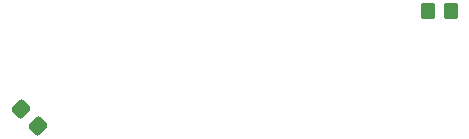
<source format=gbr>
%TF.GenerationSoftware,KiCad,Pcbnew,6.0.10*%
%TF.CreationDate,2023-01-17T11:13:45-03:00*%
%TF.ProjectId,trekking,7472656b-6b69-46e6-972e-6b696361645f,rev?*%
%TF.SameCoordinates,Original*%
%TF.FileFunction,Paste,Bot*%
%TF.FilePolarity,Positive*%
%FSLAX46Y46*%
G04 Gerber Fmt 4.6, Leading zero omitted, Abs format (unit mm)*
G04 Created by KiCad (PCBNEW 6.0.10) date 2023-01-17 11:13:45*
%MOMM*%
%LPD*%
G01*
G04 APERTURE LIST*
G04 Aperture macros list*
%AMRoundRect*
0 Rectangle with rounded corners*
0 $1 Rounding radius*
0 $2 $3 $4 $5 $6 $7 $8 $9 X,Y pos of 4 corners*
0 Add a 4 corners polygon primitive as box body*
4,1,4,$2,$3,$4,$5,$6,$7,$8,$9,$2,$3,0*
0 Add four circle primitives for the rounded corners*
1,1,$1+$1,$2,$3*
1,1,$1+$1,$4,$5*
1,1,$1+$1,$6,$7*
1,1,$1+$1,$8,$9*
0 Add four rect primitives between the rounded corners*
20,1,$1+$1,$2,$3,$4,$5,0*
20,1,$1+$1,$4,$5,$6,$7,0*
20,1,$1+$1,$6,$7,$8,$9,0*
20,1,$1+$1,$8,$9,$2,$3,0*%
G04 Aperture macros list end*
%ADD10RoundRect,0.250000X0.350000X0.450000X-0.350000X0.450000X-0.350000X-0.450000X0.350000X-0.450000X0*%
%ADD11RoundRect,0.250000X-0.565685X-0.070711X-0.070711X-0.565685X0.565685X0.070711X0.070711X0.565685X0*%
G04 APERTURE END LIST*
D10*
%TO.C,R20*%
X118750000Y-72000000D03*
X116750000Y-72000000D03*
%TD*%
D11*
%TO.C,R21*%
X82292893Y-80292893D03*
X83707107Y-81707107D03*
%TD*%
M02*

</source>
